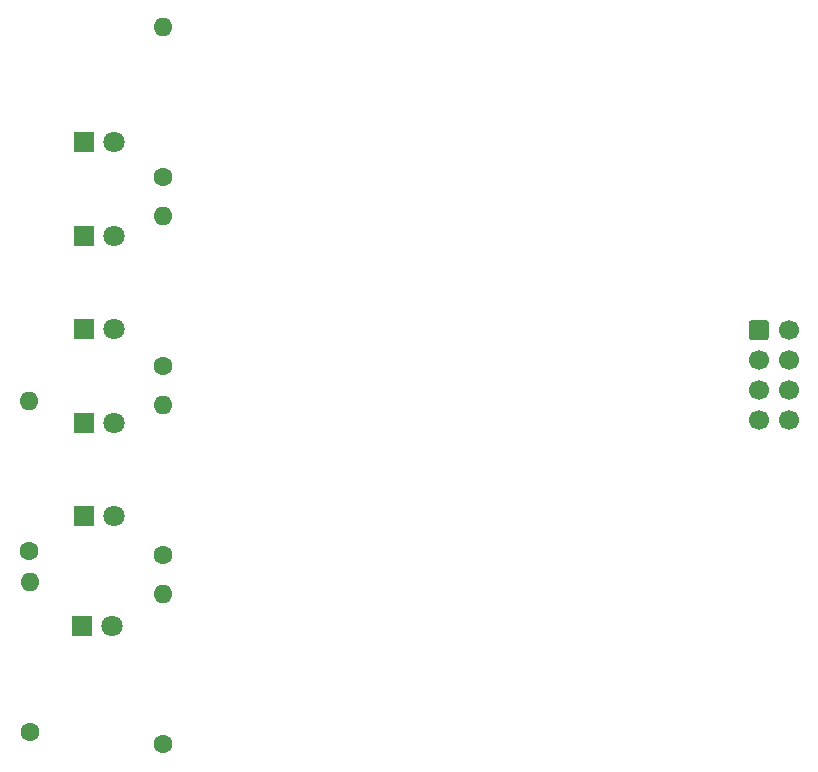
<source format=gbr>
%TF.GenerationSoftware,KiCad,Pcbnew,(5.1.12)-1*%
%TF.CreationDate,2022-04-29T07:41:31-07:00*%
%TF.ProjectId,LED_BOARD_V1,4c45445f-424f-4415-9244-5f56312e6b69,rev?*%
%TF.SameCoordinates,Original*%
%TF.FileFunction,Soldermask,Top*%
%TF.FilePolarity,Negative*%
%FSLAX46Y46*%
G04 Gerber Fmt 4.6, Leading zero omitted, Abs format (unit mm)*
G04 Created by KiCad (PCBNEW (5.1.12)-1) date 2022-04-29 07:41:31*
%MOMM*%
%LPD*%
G01*
G04 APERTURE LIST*
%ADD10O,1.600000X1.600000*%
%ADD11C,1.600000*%
%ADD12C,1.700000*%
%ADD13C,1.800000*%
%ADD14R,1.800000X1.800000*%
G04 APERTURE END LIST*
D10*
%TO.C,R6*%
X160740000Y-94350000D03*
D11*
X160740000Y-107050000D03*
%TD*%
D10*
%TO.C,R5*%
X149410000Y-94020000D03*
D11*
X149410000Y-106720000D03*
%TD*%
D10*
%TO.C,R4*%
X160740000Y-78350000D03*
D11*
X160740000Y-91050000D03*
%TD*%
D10*
%TO.C,R3*%
X149540000Y-109280000D03*
D11*
X149540000Y-121980000D03*
%TD*%
D10*
%TO.C,R2*%
X160740000Y-62350000D03*
D11*
X160740000Y-75050000D03*
%TD*%
D10*
%TO.C,R1*%
X160740000Y-110350000D03*
D11*
X160740000Y-123050000D03*
%TD*%
D12*
%TO.C,J1*%
X213740000Y-95620000D03*
X213740000Y-93080000D03*
X213740000Y-90540000D03*
X213740000Y-88000000D03*
X211200000Y-95620000D03*
X211200000Y-93080000D03*
X211200000Y-90540000D03*
G36*
G01*
X210350000Y-88600000D02*
X210350000Y-87400000D01*
G75*
G02*
X210600000Y-87150000I250000J0D01*
G01*
X211800000Y-87150000D01*
G75*
G02*
X212050000Y-87400000I0J-250000D01*
G01*
X212050000Y-88600000D01*
G75*
G02*
X211800000Y-88850000I-250000J0D01*
G01*
X210600000Y-88850000D01*
G75*
G02*
X210350000Y-88600000I0J250000D01*
G01*
G37*
%TD*%
D13*
%TO.C,D6*%
X156580000Y-80015000D03*
D14*
X154040000Y-80015000D03*
%TD*%
D13*
%TO.C,D5*%
X156580000Y-87920000D03*
D14*
X154040000Y-87920000D03*
%TD*%
D13*
%TO.C,D4*%
X156580000Y-103730000D03*
D14*
X154040000Y-103730000D03*
%TD*%
D13*
%TO.C,D3*%
X156580000Y-95825000D03*
D14*
X154040000Y-95825000D03*
%TD*%
D13*
%TO.C,D2*%
X156580000Y-72110000D03*
D14*
X154040000Y-72110000D03*
%TD*%
D13*
%TO.C,D1*%
X156480000Y-113080000D03*
D14*
X153940000Y-113080000D03*
%TD*%
M02*

</source>
